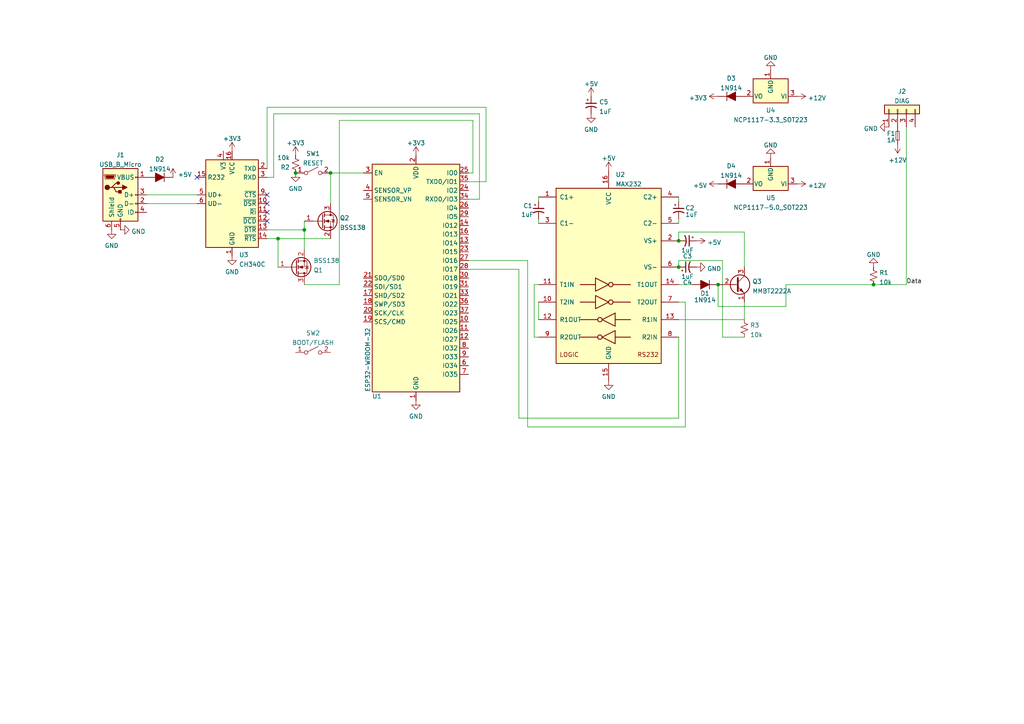
<source format=kicad_sch>
(kicad_sch (version 20211123) (generator eeschema)
  (paper "A4")
  (lib_symbols
    (symbol "Connector:USB_B_Micro" (pin_names (offset 1.016))
      (property "Reference" "J" (at -5.08 11.43 0))
      (property "Value" "USB_B_Micro" (at -5.08 8.89 0))
      (symbol "USB_B_Micro_0_1"
        (rectangle (start -5.08 -7.62) (end 5.08 7.62) (stroke (width 0.254)) (fill (type background)))
        (circle (center -3.81 2.159) (radius 0.635) (stroke (width 0.254)) (fill (type outline)))
        (circle (center -0.635 3.429) (radius 0.381) (stroke (width 0.254)) (fill (type outline)))
        (rectangle (start -0.127 -7.62) (end 0.127 -6.858))
        (polyline (pts (xy -1.905 2.159) (xy 0.635 2.159)) (stroke (width 0.254)))
        (polyline (pts (xy -3.175 2.159) (xy -2.54 2.159) (xy -1.27 3.429) (xy -0.635 3.429)) (stroke (width 0.254)))
        (polyline (pts (xy -2.54 2.159) (xy -1.905 2.159) (xy -1.27 0.889) (xy 0 0.889)) (stroke (width 0.254)))
        (polyline (pts (xy 0.635 2.794) (xy 0.635 1.524) (xy 1.905 2.159) (xy 0.635 2.794)) (stroke (width 0.254)) (fill (type outline)))
        (polyline (pts (xy -4.318 5.588) (xy -1.778 5.588) (xy -2.032 4.826) (xy -4.064 4.826) (xy -4.318 5.588)) (fill (type outline)))
        (polyline (pts (xy -4.699 5.842) (xy -4.699 5.588) (xy -4.445 4.826) (xy -4.445 4.572) (xy -1.651 4.572) (xy -1.651 4.826) (xy -1.397 5.588) (xy -1.397 5.842) (xy -4.699 5.842)))
        (rectangle (start 0.254 1.27) (end -0.508 0.508) (stroke (width 0.254)) (fill (type outline)))
        (rectangle (start 5.08 -5.207) (end 4.318 -4.953))
        (rectangle (start 5.08 -2.667) (end 4.318 -2.413))
        (rectangle (start 5.08 -0.127) (end 4.318 0.127))
        (rectangle (start 5.08 4.953) (end 4.318 5.207))
      )
      (symbol "USB_B_Micro_1_1"
        (pin power_out line (at 7.62 5.08 180) (length 2.54) (name "VBUS") (number "1"))
        (pin bidirectional line (at 7.62 -2.54 180) (length 2.54) (name "D-") (number "2"))
        (pin bidirectional line (at 7.62 0 180) (length 2.54) (name "D+") (number "3"))
        (pin passive line (at 7.62 -5.08 180) (length 2.54) (name "ID") (number "4"))
        (pin power_out line (at 0 -10.16 90) (length 2.54) (name "GND") (number "5"))
        (pin passive line (at -2.54 -10.16 90) (length 2.54) (name "Shield") (number "6"))
      )
    )
    (symbol "Connector_Generic:Conn_01x04" (pin_names (offset 1.016) hide)
      (property "Reference" "J" (at 0 5.08 0))
      (property "Value" "Conn_01x04" (at 0 -7.62 0))
      (symbol "Conn_01x04_1_1"
        (rectangle (start -1.27 -4.953) (end 0 -5.207) (stroke (width 0.1524)))
        (rectangle (start -1.27 -2.413) (end 0 -2.667) (stroke (width 0.1524)))
        (rectangle (start -1.27 0.127) (end 0 -0.127) (stroke (width 0.1524)))
        (rectangle (start -1.27 2.667) (end 0 2.413) (stroke (width 0.1524)))
        (rectangle (start -1.27 3.81) (end 1.27 -6.35) (stroke (width 0.254)) (fill (type background)))
        (pin passive line (at -5.08 2.54 0) (length 3.81) (name "Pin_1") (number "1"))
        (pin passive line (at -5.08 0 0) (length 3.81) (name "Pin_2") (number "2"))
        (pin passive line (at -5.08 -2.54 0) (length 3.81) (name "Pin_3") (number "3"))
        (pin passive line (at -5.08 -5.08 0) (length 3.81) (name "Pin_4") (number "4"))
      )
    )
    (symbol "Device-JAH:D_ALT" (pin_numbers hide) (pin_names (offset 1.016) hide)
      (property "Reference" "D" (at 0 2.54 0))
      (property "Value" "D_ALT" (at 0 -2.54 0))
      (symbol "D_ALT_0_1"
        (polyline (pts (xy -1.27 1.27) (xy -1.27 -1.27)) (stroke (width 0.2032)))
        (polyline (pts (xy 1.27 0) (xy -1.27 0)))
        (polyline (pts (xy 1.27 1.27) (xy 1.27 -1.27) (xy -1.27 0) (xy 1.27 1.27)) (stroke (width 0.2032)) (fill (type outline)))
      )
      (symbol "D_ALT_1_1"
        (pin passive line (at -3.81 0 0) (length 2.54) (name "K") (number "1"))
        (pin passive line (at 3.81 0 180) (length 2.54) (name "A") (number "2"))
      )
    )
    (symbol "Device:C_Polarized_Small_US" (pin_numbers hide) (pin_names (offset 0.254) hide)
      (property "Reference" "C" (at 0.254 1.778 0))
      (property "Value" "C_Polarized_Small_US" (at 0.254 -2.032 0))
      (symbol "C_Polarized_Small_US_0_1"
        (polyline (pts (xy -1.524 0.508) (xy 1.524 0.508)) (stroke (width 0.3048)))
        (polyline (pts (xy -1.27 1.524) (xy -0.762 1.524)))
        (polyline (pts (xy -1.016 1.27) (xy -1.016 1.778)))
        (arc (start 1.524 -0.762) (mid 0 -0.3734) (end -1.524 -0.762) (stroke (width 0.3048)))
      )
      (symbol "C_Polarized_Small_US_1_1"
        (pin passive line (at 0 2.54 270) (length 2.032) (name "~") (number "1"))
        (pin passive line (at 0 -2.54 90) (length 2.032) (name "~") (number "2"))
      )
    )
    (symbol "Device:Fuse_Small" (pin_numbers hide) (pin_names (offset 0.254) hide)
      (property "Reference" "F" (at 0 -1.524 0))
      (property "Value" "Fuse_Small" (at 0 1.524 0))
      (symbol "Fuse_Small_0_1"
        (rectangle (start -1.27 0.508) (end 1.27 -0.508))
        (polyline (pts (xy -1.27 0) (xy 1.27 0)))
      )
      (symbol "Fuse_Small_1_1"
        (pin passive line (at -2.54 0 0) (length 1.27) (name "~") (number "1"))
        (pin passive line (at 2.54 0 180) (length 1.27) (name "~") (number "2"))
      )
    )
    (symbol "Device:R_Small_US" (pin_numbers hide) (pin_names (offset 0.254) hide)
      (property "Reference" "R" (at 0.762 0.508 0))
      (property "Value" "R_Small_US" (at 0.762 -1.016 0))
      (symbol "R_Small_US_1_1"
        (polyline (pts (xy 0 0) (xy 1.016 -0.381) (xy 0 -0.762) (xy -1.016 -1.143) (xy 0 -1.524)))
        (polyline (pts (xy 0 1.524) (xy 1.016 1.143) (xy 0 0.762) (xy -1.016 0.381) (xy 0 0)))
        (pin passive line (at 0 2.54 270) (length 1.016) (name "~") (number "1"))
        (pin passive line (at 0 -2.54 90) (length 1.016) (name "~") (number "2"))
      )
    )
    (symbol "Interface_UART:MAX232" (pin_names (offset 1.016))
      (property "Reference" "U" (at -2.54 28.575 0))
      (property "Value" "MAX232" (at -2.54 26.67 0))
      (symbol "MAX232_0_0"
        (text "LOGIC" (at -11.43 -22.86 0) (effects (font (size 1.27 1.27))))
        (text "RS232" (at 11.43 -22.86 0) (effects (font (size 1.27 1.27))))
      )
      (symbol "MAX232_0_1"
        (rectangle (start -15.24 -25.4) (end 15.24 25.4) (stroke (width 0.254)) (fill (type background)))
        (circle (center -2.54 -17.78) (radius 0.635) (stroke (width 0.254)))
        (circle (center -2.54 -12.7) (radius 0.635) (stroke (width 0.254)))
        (polyline (pts (xy -3.81 -7.62) (xy -8.255 -7.62)) (stroke (width 0.254)))
        (polyline (pts (xy -3.81 -2.54) (xy -8.255 -2.54)) (stroke (width 0.254)))
        (polyline (pts (xy -3.175 -17.78) (xy -8.255 -17.78)) (stroke (width 0.254)))
        (polyline (pts (xy -3.175 -12.7) (xy -8.255 -12.7)) (stroke (width 0.254)))
        (polyline (pts (xy 1.27 -7.62) (xy 6.35 -7.62)) (stroke (width 0.254)))
        (polyline (pts (xy 1.27 -2.54) (xy 6.35 -2.54)) (stroke (width 0.254)))
        (polyline (pts (xy 1.905 -17.78) (xy 6.35 -17.78)) (stroke (width 0.254)))
        (polyline (pts (xy 1.905 -12.7) (xy 6.35 -12.7)) (stroke (width 0.254)))
        (polyline (pts (xy -3.81 -5.715) (xy -3.81 -9.525) (xy 0 -7.62) (xy -3.81 -5.715)) (stroke (width 0.254)))
        (polyline (pts (xy -3.81 -0.635) (xy -3.81 -4.445) (xy 0 -2.54) (xy -3.81 -0.635)) (stroke (width 0.254)))
        (polyline (pts (xy 1.905 -15.875) (xy 1.905 -19.685) (xy -1.905 -17.78) (xy 1.905 -15.875)) (stroke (width 0.254)))
        (polyline (pts (xy 1.905 -10.795) (xy 1.905 -14.605) (xy -1.905 -12.7) (xy 1.905 -10.795)) (stroke (width 0.254)))
        (circle (center 0.635 -7.62) (radius 0.635) (stroke (width 0.254)))
        (circle (center 0.635 -2.54) (radius 0.635) (stroke (width 0.254)))
      )
      (symbol "MAX232_1_1"
        (pin passive line (at -20.32 22.86 0) (length 5.08) (name "C1+") (number "1"))
        (pin input line (at -20.32 -7.62 0) (length 5.08) (name "T2IN") (number "10"))
        (pin input line (at -20.32 -2.54 0) (length 5.08) (name "T1IN") (number "11"))
        (pin output line (at -20.32 -12.7 0) (length 5.08) (name "R1OUT") (number "12"))
        (pin input line (at 20.32 -12.7 180) (length 5.08) (name "R1IN") (number "13"))
        (pin output line (at 20.32 -2.54 180) (length 5.08) (name "T1OUT") (number "14"))
        (pin power_in line (at 0 -30.48 90) (length 5.08) (name "GND") (number "15"))
        (pin power_in line (at 0 30.48 270) (length 5.08) (name "VCC") (number "16"))
        (pin power_out line (at 20.32 10.16 180) (length 5.08) (name "VS+") (number "2"))
        (pin passive line (at -20.32 15.24 0) (length 5.08) (name "C1-") (number "3"))
        (pin passive line (at 20.32 22.86 180) (length 5.08) (name "C2+") (number "4"))
        (pin passive line (at 20.32 15.24 180) (length 5.08) (name "C2-") (number "5"))
        (pin power_out line (at 20.32 2.54 180) (length 5.08) (name "VS-") (number "6"))
        (pin output line (at 20.32 -7.62 180) (length 5.08) (name "T2OUT") (number "7"))
        (pin input line (at 20.32 -17.78 180) (length 5.08) (name "R2IN") (number "8"))
        (pin output line (at -20.32 -17.78 0) (length 5.08) (name "R2OUT") (number "9"))
      )
    )
    (symbol "Interface_USB:CH340C"
      (property "Reference" "U" (at -5.08 13.97 0))
      (property "Value" "CH340C" (at 1.27 13.97 0))
      (symbol "CH340C_0_1"
        (rectangle (start -7.62 12.7) (end 7.62 -12.7) (stroke (width 0.254)) (fill (type background)))
      )
      (symbol "CH340C_1_1"
        (pin power_in line (at 0 -15.24 90) (length 2.54) (name "GND") (number "1"))
        (pin input line (at 10.16 0 180) (length 2.54) (name "~{DSR}") (number "10"))
        (pin input line (at 10.16 -2.54 180) (length 2.54) (name "~{RI}") (number "11"))
        (pin input line (at 10.16 -5.08 180) (length 2.54) (name "~{DCD}") (number "12"))
        (pin output line (at 10.16 -7.62 180) (length 2.54) (name "~{DTR}") (number "13"))
        (pin output line (at 10.16 -10.16 180) (length 2.54) (name "~{RTS}") (number "14"))
        (pin input line (at -10.16 7.62 0) (length 2.54) (name "R232") (number "15"))
        (pin power_in line (at 0 15.24 270) (length 2.54) (name "VCC") (number "16"))
        (pin output line (at 10.16 10.16 180) (length 2.54) (name "TXD") (number "2"))
        (pin input line (at 10.16 7.62 180) (length 2.54) (name "RXD") (number "3"))
        (pin passive line (at -2.54 15.24 270) (length 2.54) (name "V3") (number "4"))
        (pin bidirectional line (at -10.16 2.54 0) (length 2.54) (name "UD+") (number "5"))
        (pin bidirectional line (at -10.16 0 0) (length 2.54) (name "UD-") (number "6"))
        (pin no_connect line (at -7.62 -7.62 0) (length 2.54) hide (name "NC") (number "7"))
        (pin no_connect line (at -7.62 -10.16 0) (length 2.54) hide (name "NC") (number "8"))
        (pin input line (at 10.16 2.54 180) (length 2.54) (name "~{CTS}") (number "9"))
      )
    )
    (symbol "RF_Module:ESP32-WROOM-32"
      (property "Reference" "U" (at -12.7 34.29 0))
      (property "Value" "ESP32-WROOM-32" (at 1.27 34.29 0))
      (symbol "ESP32-WROOM-32_0_1"
        (rectangle (start -12.7 33.02) (end 12.7 -33.02) (stroke (width 0.254)) (fill (type background)))
      )
      (symbol "ESP32-WROOM-32_1_1"
        (pin power_in line (at 0 -35.56 90) (length 2.54) (name "GND") (number "1"))
        (pin bidirectional line (at 15.24 -12.7 180) (length 2.54) (name "IO25") (number "10"))
        (pin bidirectional line (at 15.24 -15.24 180) (length 2.54) (name "IO26") (number "11"))
        (pin bidirectional line (at 15.24 -17.78 180) (length 2.54) (name "IO27") (number "12"))
        (pin bidirectional line (at 15.24 10.16 180) (length 2.54) (name "IO14") (number "13"))
        (pin bidirectional line (at 15.24 15.24 180) (length 2.54) (name "IO12") (number "14"))
        (pin passive line (at 0 -35.56 90) (length 2.54) hide (name "GND") (number "15"))
        (pin bidirectional line (at 15.24 12.7 180) (length 2.54) (name "IO13") (number "16"))
        (pin bidirectional line (at -15.24 -5.08 0) (length 2.54) (name "SHD/SD2") (number "17"))
        (pin bidirectional line (at -15.24 -7.62 0) (length 2.54) (name "SWP/SD3") (number "18"))
        (pin bidirectional line (at -15.24 -12.7 0) (length 2.54) (name "SCS/CMD") (number "19"))
        (pin power_in line (at 0 35.56 270) (length 2.54) (name "VDD") (number "2"))
        (pin bidirectional line (at -15.24 -10.16 0) (length 2.54) (name "SCK/CLK") (number "20"))
        (pin bidirectional line (at -15.24 0 0) (length 2.54) (name "SDO/SD0") (number "21"))
        (pin bidirectional line (at -15.24 -2.54 0) (length 2.54) (name "SDI/SD1") (number "22"))
        (pin bidirectional line (at 15.24 7.62 180) (length 2.54) (name "IO15") (number "23"))
        (pin bidirectional line (at 15.24 25.4 180) (length 2.54) (name "IO2") (number "24"))
        (pin bidirectional line (at 15.24 30.48 180) (length 2.54) (name "IO0") (number "25"))
        (pin bidirectional line (at 15.24 20.32 180) (length 2.54) (name "IO4") (number "26"))
        (pin bidirectional line (at 15.24 5.08 180) (length 2.54) (name "IO16") (number "27"))
        (pin bidirectional line (at 15.24 2.54 180) (length 2.54) (name "IO17") (number "28"))
        (pin bidirectional line (at 15.24 17.78 180) (length 2.54) (name "IO5") (number "29"))
        (pin input line (at -15.24 30.48 0) (length 2.54) (name "EN") (number "3"))
        (pin bidirectional line (at 15.24 0 180) (length 2.54) (name "IO18") (number "30"))
        (pin bidirectional line (at 15.24 -2.54 180) (length 2.54) (name "IO19") (number "31"))
        (pin no_connect line (at -12.7 -27.94 0) (length 2.54) hide (name "NC") (number "32"))
        (pin bidirectional line (at 15.24 -5.08 180) (length 2.54) (name "IO21") (number "33"))
        (pin bidirectional line (at 15.24 22.86 180) (length 2.54) (name "RXD0/IO3") (number "34"))
        (pin bidirectional line (at 15.24 27.94 180) (length 2.54) (name "TXD0/IO1") (number "35"))
        (pin bidirectional line (at 15.24 -7.62 180) (length 2.54) (name "IO22") (number "36"))
        (pin bidirectional line (at 15.24 -10.16 180) (length 2.54) (name "IO23") (number "37"))
        (pin passive line (at 0 -35.56 90) (length 2.54) hide (name "GND") (number "38"))
        (pin passive line (at 0 -35.56 90) (length 2.54) hide (name "GND") (number "39"))
        (pin input line (at -15.24 25.4 0) (length 2.54) (name "SENSOR_VP") (number "4"))
        (pin input line (at -15.24 22.86 0) (length 2.54) (name "SENSOR_VN") (number "5"))
        (pin input line (at 15.24 -25.4 180) (length 2.54) (name "IO34") (number "6"))
        (pin input line (at 15.24 -27.94 180) (length 2.54) (name "IO35") (number "7"))
        (pin bidirectional line (at 15.24 -20.32 180) (length 2.54) (name "IO32") (number "8"))
        (pin bidirectional line (at 15.24 -22.86 180) (length 2.54) (name "IO33") (number "9"))
      )
    )
    (symbol "Regulator_Linear:NCP1117-3.3_SOT223" (pin_names (offset 0.254))
      (property "Reference" "U" (at -3.81 3.175 0))
      (property "Value" "NCP1117-3.3_SOT223" (at 0 3.175 0))
      (symbol "NCP1117-3.3_SOT223_0_1"
        (rectangle (start -5.08 -5.08) (end 5.08 1.905) (stroke (width 0.254)) (fill (type background)))
      )
      (symbol "NCP1117-3.3_SOT223_1_1"
        (pin power_in line (at 0 -7.62 90) (length 2.54) (name "GND") (number "1"))
        (pin power_out line (at 7.62 0 180) (length 2.54) (name "VO") (number "2"))
        (pin power_in line (at -7.62 0 0) (length 2.54) (name "VI") (number "3"))
      )
    )
    (symbol "Regulator_Linear:NCP1117-5.0_SOT223" (pin_names (offset 0.254))
      (property "Reference" "U" (at -3.81 3.175 0))
      (property "Value" "NCP1117-5.0_SOT223" (at 0 3.175 0))
      (symbol "NCP1117-5.0_SOT223_0_1"
        (rectangle (start -5.08 -5.08) (end 5.08 1.905) (stroke (width 0.254)) (fill (type background)))
      )
      (symbol "NCP1117-5.0_SOT223_1_1"
        (pin power_in line (at 0 -7.62 90) (length 2.54) (name "GND") (number "1"))
        (pin power_out line (at 7.62 0 180) (length 2.54) (name "VO") (number "2"))
        (pin power_in line (at -7.62 0 0) (length 2.54) (name "VI") (number "3"))
      )
    )
    (symbol "Switch:SW_SPST" (pin_names (offset 0) hide)
      (property "Reference" "SW" (at 0 3.175 0))
      (property "Value" "SW_SPST" (at 0 -2.54 0))
      (symbol "SW_SPST_0_0"
        (circle (center -2.032 0) (radius 0.508))
        (polyline (pts (xy -1.524 0.254) (xy 1.524 1.778)))
        (circle (center 2.032 0) (radius 0.508))
      )
      (symbol "SW_SPST_1_1"
        (pin passive line (at -5.08 0 0) (length 2.54) (name "A") (number "1"))
        (pin passive line (at 5.08 0 180) (length 2.54) (name "B") (number "2"))
      )
    )
    (symbol "Transistor_BJT:PN2222A" (pin_names (offset 0) hide)
      (property "Reference" "Q" (at 5.08 1.905 0))
      (property "Value" "PN2222A" (at 5.08 0 0))
      (symbol "PN2222A_0_1"
        (polyline (pts (xy 0 0) (xy 0.635 0)))
        (polyline (pts (xy 2.54 -2.54) (xy 0.635 -0.635)))
        (polyline (pts (xy 2.54 2.54) (xy 0.635 0.635)))
        (polyline (pts (xy 0.635 1.905) (xy 0.635 -1.905) (xy 0.635 -1.905)) (stroke (width 0.508)))
        (polyline (pts (xy 2.413 -2.413) (xy 1.905 -1.905) (xy 1.905 -1.905)))
        (polyline (pts (xy 1.143 -1.651) (xy 1.651 -1.143) (xy 2.159 -2.159) (xy 1.143 -1.651) (xy 1.143 -1.651)) (fill (type outline)))
        (circle (center 1.27 0) (radius 2.8194) (stroke (width 0.254)))
      )
      (symbol "PN2222A_1_1"
        (pin passive line (at 2.54 -5.08 90) (length 2.54) (name "E") (number "1"))
        (pin input line (at -5.08 0 0) (length 5.08) (name "B") (number "2"))
        (pin passive line (at 2.54 5.08 270) (length 2.54) (name "C") (number "3"))
      )
    )
    (symbol "Transistor_FET:BSS138" (pin_names hide)
      (property "Reference" "Q" (at 5.08 1.905 0))
      (property "Value" "BSS138" (at 5.08 0 0))
      (symbol "BSS138_0_1"
        (polyline (pts (xy 0.254 0) (xy -2.54 0)))
        (polyline (pts (xy 0.254 1.905) (xy 0.254 -1.905)) (stroke (width 0.254)))
        (polyline (pts (xy 0.762 -1.27) (xy 0.762 -2.286)) (stroke (width 0.254)))
        (polyline (pts (xy 0.762 0.508) (xy 0.762 -0.508)) (stroke (width 0.254)))
        (polyline (pts (xy 0.762 2.286) (xy 0.762 1.27)) (stroke (width 0.254)))
        (polyline (pts (xy 2.54 2.54) (xy 2.54 1.778)))
        (polyline (pts (xy 2.54 -2.54) (xy 2.54 0) (xy 0.762 0)))
        (polyline (pts (xy 0.762 -1.778) (xy 3.302 -1.778) (xy 3.302 1.778) (xy 0.762 1.778)))
        (polyline (pts (xy 1.016 0) (xy 2.032 0.381) (xy 2.032 -0.381) (xy 1.016 0)) (fill (type outline)))
        (polyline (pts (xy 2.794 0.508) (xy 2.921 0.381) (xy 3.683 0.381) (xy 3.81 0.254)))
        (polyline (pts (xy 3.302 0.381) (xy 2.921 -0.254) (xy 3.683 -0.254) (xy 3.302 0.381)))
        (circle (center 1.651 0) (radius 2.794) (stroke (width 0.254)))
        (circle (center 2.54 -1.778) (radius 0.254) (fill (type outline)))
        (circle (center 2.54 1.778) (radius 0.254) (fill (type outline)))
      )
      (symbol "BSS138_1_1"
        (pin input line (at -5.08 0 0) (length 2.54) (name "G") (number "1"))
        (pin passive line (at 2.54 -5.08 90) (length 2.54) (name "S") (number "2"))
        (pin passive line (at 2.54 5.08 270) (length 2.54) (name "D") (number "3"))
      )
    )
    (symbol "power:+12V" (power) (pin_names (offset 0))
      (property "Value" "+12V" (at 0 3.556 0))
      (symbol "+12V_0_1"
        (polyline (pts (xy -0.762 1.27) (xy 0 2.54)))
        (polyline (pts (xy 0 0) (xy 0 2.54)))
        (polyline (pts (xy 0 2.54) (xy 0.762 1.27)))
      )
      (symbol "+12V_1_1"
        (pin power_in line (at 0 0 90) (length 0) hide (name "+12V") (number "1"))
      )
    )
    (symbol "power:+3V3" (power) (pin_names (offset 0))
      (property "Value" "+3V3" (at 0 3.556 0))
      (symbol "+3V3_0_1"
        (polyline (pts (xy -0.762 1.27) (xy 0 2.54)))
        (polyline (pts (xy 0 0) (xy 0 2.54)))
        (polyline (pts (xy 0 2.54) (xy 0.762 1.27)))
      )
      (symbol "+3V3_1_1"
        (pin power_in line (at 0 0 90) (length 0) hide (name "+3V3") (number "1"))
      )
    )
    (symbol "power:+5V" (power) (pin_names (offset 0))
      (property "Value" "+5V" (at 0 3.556 0))
      (symbol "+5V_0_1"
        (polyline (pts (xy -0.762 1.27) (xy 0 2.54)))
        (polyline (pts (xy 0 0) (xy 0 2.54)))
        (polyline (pts (xy 0 2.54) (xy 0.762 1.27)))
      )
      (symbol "+5V_1_1"
        (pin power_in line (at 0 0 90) (length 0) hide (name "+5V") (number "1"))
      )
    )
    (symbol "power:GND" (power) (pin_names (offset 0))
      (property "Value" "GND" (at 0 -3.81 0))
      (symbol "GND_0_1"
        (polyline (pts (xy 0 0) (xy 0 -1.27) (xy 1.27 -1.27) (xy 0 -2.54) (xy -1.27 -1.27) (xy 0 -1.27)))
      )
      (symbol "GND_1_1"
        (pin power_in line (at 0 0 270) (length 0) hide (name "GND") (number "1"))
      )
    )
  )
  (junction (at 196.85 69.85))
  (junction (at 253.365 82.55))
  (junction (at 80.645 69.215))
  (junction (at 95.885 50.165))
  (junction (at 196.85 77.47))
  (junction (at 208.28 82.55))
  (junction (at 85.725 50.165))
  (junction (at 88.265 66.675))
  (no_connect (at 77.47 64.135))
  (no_connect (at 77.47 61.595))
  (no_connect (at 77.47 56.515))
  (no_connect (at 77.47 59.055))
  (no_connect (at 57.15 51.435))
  (wire (pts (xy 139.065 57.785) (xy 135.89 57.785)))
  (wire (pts (xy 77.47 69.215) (xy 80.645 69.215)))
  (wire (pts (xy 105.41 50.165) (xy 95.885 50.165)))
  (wire (pts (xy 135.89 75.565) (xy 153.035 75.565)))
  (wire (pts (xy 196.85 75.565) (xy 209.55 75.565)))
  (wire (pts (xy 135.89 78.105) (xy 150.495 78.105)))
  (wire (pts (xy 196.85 87.63) (xy 198.755 87.63)))
  (wire (pts (xy 215.9 92.71) (xy 196.85 92.71)))
  (wire (pts (xy 77.47 66.675) (xy 88.265 66.675)))
  (wire (pts (xy 80.645 69.215) (xy 95.885 69.215)))
  (wire (pts (xy 137.16 50.165) (xy 137.16 34.925)))
  (wire (pts (xy 196.85 69.85) (xy 196.85 67.31)))
  (wire (pts (xy 140.97 31.115) (xy 77.47 31.115)))
  (wire (pts (xy 79.375 33.02) (xy 139.065 33.02)))
  (wire (pts (xy 156.21 63.5) (xy 156.21 64.77)))
  (wire (pts (xy 196.85 121.285) (xy 196.85 97.79)))
  (wire (pts (xy 42.545 59.055) (xy 57.15 59.055)))
  (wire (pts (xy 209.55 97.79) (xy 215.9 97.79)))
  (wire (pts (xy 139.065 33.02) (xy 139.065 57.785)))
  (wire (pts (xy 196.85 57.15) (xy 196.85 58.42)))
  (wire (pts (xy 156.21 82.55) (xy 154.94 82.55)))
  (wire (pts (xy 215.9 67.31) (xy 215.9 77.47)))
  (wire (pts (xy 196.85 77.47) (xy 196.85 75.565)))
  (wire (pts (xy 80.645 69.215) (xy 80.645 77.47)))
  (wire (pts (xy 42.545 56.515) (xy 57.15 56.515)))
  (wire (pts (xy 150.495 121.285) (xy 196.85 121.285)))
  (wire (pts (xy 137.16 50.165) (xy 135.89 50.165)))
  (wire (pts (xy 227.965 88.9) (xy 208.28 88.9)))
  (wire (pts (xy 215.9 87.63) (xy 215.9 92.71)))
  (wire (pts (xy 262.89 36.83) (xy 262.89 82.55)))
  (wire (pts (xy 77.47 31.115) (xy 77.47 48.895)))
  (wire (pts (xy 98.425 34.925) (xy 98.425 82.55)))
  (wire (pts (xy 135.89 52.705) (xy 140.97 52.705)))
  (wire (pts (xy 209.55 75.565) (xy 209.55 97.79)))
  (wire (pts (xy 77.47 51.435) (xy 79.375 51.435)))
  (wire (pts (xy 79.375 51.435) (xy 79.375 33.02)))
  (wire (pts (xy 154.94 97.79) (xy 156.21 97.79)))
  (wire (pts (xy 253.365 82.55) (xy 262.89 82.55)))
  (wire (pts (xy 98.425 82.55) (xy 88.265 82.55)))
  (wire (pts (xy 140.97 52.705) (xy 140.97 31.115)))
  (wire (pts (xy 156.21 87.63) (xy 156.21 92.71)))
  (wire (pts (xy 156.21 57.15) (xy 156.21 58.42)))
  (wire (pts (xy 227.965 82.55) (xy 227.965 88.9)))
  (wire (pts (xy 198.755 123.825) (xy 153.035 123.825)))
  (wire (pts (xy 98.425 34.925) (xy 137.16 34.925)))
  (wire (pts (xy 150.495 78.105) (xy 150.495 121.285)))
  (wire (pts (xy 154.94 82.55) (xy 154.94 97.79)))
  (wire (pts (xy 153.035 75.565) (xy 153.035 123.825)))
  (wire (pts (xy 95.885 50.165) (xy 95.885 59.055)))
  (wire (pts (xy 198.755 87.63) (xy 198.755 123.825)))
  (wire (pts (xy 88.265 66.675) (xy 88.265 64.135)))
  (wire (pts (xy 196.85 63.5) (xy 196.85 64.77)))
  (wire (pts (xy 88.265 66.675) (xy 88.265 72.39)))
  (wire (pts (xy 208.28 88.9) (xy 208.28 82.55)))
  (wire (pts (xy 196.85 67.31) (xy 215.9 67.31)))
  (wire (pts (xy 227.965 82.55) (xy 253.365 82.55)))
  (wire (pts (xy 196.85 82.55) (xy 200.66 82.55)))
  (label "Data" (at 262.89 82.55 0))
  (symbol (lib_id "Device:C_Polarized_Small_US") (at 199.39 77.47 90) (unit 1)
    (property "Reference" "C4" (at 199.39 81.915 90))
    (property "Value" "1uF" (at 199.3964 80.2235 90))
    (property "Footprint" "Capacitor_SMD:C_1206_3216Metric" (effects hide))
  )
  (symbol (lib_id "power:+5V") (at 50.165 51.435 0) (unit 1)
    (property "Reference" "#PWR01" (effects hide))
    (property "Value" "+5V" (at 51.562 50.644 0) (effects (justify left)))
  )
  (symbol (lib_id "Device:C_Polarized_Small_US") (at 199.39 69.85 270) (unit 1)
    (property "Reference" "C3" (at 199.39 74.295 90))
    (property "Value" "1uF" (at 199.3837 72.6035 90))
    (property "Footprint" "Capacitor_SMD:C_1206_3216Metric" (effects hide))
  )
  (symbol (lib_id "Interface_UART:MAX232") (at 176.53 80.01 0) (unit 1)
    (property "Reference" "U2" (at 178.5494 50.6435 0) (effects (justify left)))
    (property "Value" "MAX232" (at 178.5494 53.4186 0) (effects (justify left)))
    (property "Footprint" "Package_DIP:DIP-16_W7.62mm" (effects hide))
    (property "Datasheet" "http://www.ti.com/lit/ds/symlink/max232.pdf" (effects hide))
  )
  (symbol (lib_id "Device:C_Polarized_Small_US") (at 196.85 60.96 0) (unit 1)
    (property "Reference" "C2" (at 198.755 60.325 0) (effects (justify left)))
    (property "Value" "1uF" (at 198.755 62.23 0) (effects (justify left)))
    (property "Footprint" "Capacitor_SMD:C_1206_3216Metric" (effects hide))
  )
  (symbol (lib_id "power:GND") (at 171.45 33.02 0) (unit 1)
    (property "Reference" "#PWR03" (effects hide))
    (property "Value" "GND" (at 171.45 37.5825 0))
  )
  (symbol (lib_id "power:+12V") (at 260.35 41.91 180) (unit 1)
    (property "Reference" "#PWR0117" (effects hide))
    (property "Value" "+12V" (at 260.35 46.4725 0))
  )
  (symbol (lib_id "power:GND") (at 201.93 77.47 90) (unit 1)
    (property "Reference" "#PWR05" (effects hide))
    (property "Value" "GND" (at 205.105 77.949 90) (effects (justify right)))
  )
  (symbol (lib_id "power:+5V") (at 208.28 53.34 90) (unit 1)
    (property "Reference" "#PWR0114" (effects hide))
    (property "Value" "+5V" (at 205.1051 53.819 90) (effects (justify left)))
  )
  (symbol (lib_id "Connector_Generic:Conn_01x04") (at 260.35 31.75 90) (unit 1)
    (property "Reference" "J2" (at 261.62 26.5135 90))
    (property "Value" "DIAG" (at 261.62 29.2886 90))
    (property "Footprint" "Connector_PinHeader_2.54mm:PinHeader_1x04_P2.54mm_Vertical" (effects hide))
  )
  (symbol (lib_id "power:+5V") (at 176.53 49.53 0) (unit 1)
    (property "Reference" "#PWR0108" (effects hide))
    (property "Value" "+5V" (at 176.53 45.9255 0))
  )
  (symbol (lib_id "power:GND") (at 176.53 110.49 0) (unit 1)
    (property "Reference" "#PWR0107" (effects hide))
    (property "Value" "GND" (at 176.53 115.0525 0))
  )
  (symbol (lib_id "Device:R_Small_US") (at 253.365 80.01 0) (unit 1)
    (property "Reference" "R1" (at 255.016 79.1015 0) (effects (justify left)))
    (property "Value" "10k" (at 255.016 81.8766 0) (effects (justify left)))
    (property "Footprint" "Resistor_SMD:R_1206_3216Metric" (effects hide))
  )
  (symbol (lib_id "power:GND") (at 32.385 66.675 0) (unit 1)
    (property "Reference" "#PWR0103" (effects hide))
    (property "Value" "GND" (at 32.385 71.2375 0))
  )
  (symbol (lib_id "Switch:SW_SPST") (at 90.805 102.235 0) (unit 1)
    (property "Reference" "SW2" (at 90.805 96.6175 0))
    (property "Value" "BOOT/FLASH" (at 90.805 99.3926 0))
    (property "Footprint" "Button_Switch_SMD:SW_SPST_B3S-1000" (effects hide))
  )
  (symbol (lib_id "Device:R_Small_US") (at 85.725 47.625 0) (unit 1)
    (property "Reference" "R2" (at 84.074 48.5335 0) (effects (justify right)))
    (property "Value" "10k" (at 84.074 45.7584 0) (effects (justify right)))
    (property "Footprint" "Resistor_SMD:R_1206_3216Metric" (effects hide))
  )
  (symbol (lib_id "power:GND") (at 257.81 36.83 270) (unit 1)
    (property "Reference" "#PWR0112" (effects hide))
    (property "Value" "GND" (at 254.6351 37.309 90) (effects (justify right)))
  )
  (symbol (lib_id "power:GND") (at 120.65 116.205 0) (unit 1)
    (property "Reference" "#PWR0102" (effects hide))
    (property "Value" "GND" (at 120.65 120.7675 0))
  )
  (symbol (lib_id "power:+3V3") (at 67.31 43.815 0) (unit 1)
    (property "Reference" "#PWR0106" (effects hide))
    (property "Value" "+3V3" (at 67.31 40.2105 0))
  )
  (symbol (lib_id "power:GND") (at 223.52 20.32 180) (unit 1)
    (property "Reference" "#PWR0110" (effects hide))
    (property "Value" "GND" (at 223.52 16.7155 0))
  )
  (symbol (lib_id "Device:C_Polarized_Small_US") (at 171.45 30.48 0) (unit 1)
    (property "Reference" "C5" (at 173.7741 29.5778 0) (effects (justify left)))
    (property "Value" "1uF" (at 173.7741 32.3529 0) (effects (justify left)))
    (property "Footprint" "Capacitor_SMD:C_1206_3216Metric" (effects hide))
  )
  (symbol (lib_id "Device-JAH:D_ALT") (at 46.355 51.435 180) (unit 1)
    (property "Reference" "D2" (at 46.355 46.2239 0))
    (property "Value" "1N914" (at 46.355 48.999 0))
    (property "Footprint" "Diode_SMD:D_1206_3216Metric" (effects hide))
  )
  (symbol (lib_id "power:+3V3") (at 120.65 45.085 0) (unit 1)
    (property "Reference" "#PWR0101" (effects hide))
    (property "Value" "+3V3" (at 120.65 41.4805 0))
  )
  (symbol (lib_id "Transistor_BJT:PN2222A") (at 213.36 82.55 0) (unit 1)
    (property "Reference" "Q3" (at 218.2114 81.6415 0) (effects (justify left)))
    (property "Value" "MMBT2222A" (at 218.2114 84.4166 0) (effects (justify left)))
    (property "Footprint" "Package_TO_SOT_SMD:SOT-23" (effects hide))
    (property "Datasheet" "https://www.onsemi.com/pub/Collateral/PN2222-D.PDF" (effects hide))
  )
  (symbol (lib_id "power:GND") (at 85.725 50.165 0) (unit 1)
    (property "Reference" "#PWR06" (effects hide))
    (property "Value" "GND" (at 85.725 54.7275 0))
  )
  (symbol (lib_id "Interface_USB:CH340C") (at 67.31 59.055 0) (unit 1)
    (property "Reference" "U3" (at 69.3294 73.9045 0) (effects (justify left)))
    (property "Value" "CH340C" (at 69.3294 76.6796 0) (effects (justify left)))
    (property "Footprint" "Package_SO:SOIC-16_3.9x9.9mm_P1.27mm" (effects hide))
    (property "Datasheet" "https://datasheet.lcsc.com/szlcsc/Jiangsu-Qin-Heng-CH340C_C84681.pdf" (effects hide))
  )
  (symbol (lib_id "power:+5V") (at 171.45 27.94 0) (unit 1)
    (property "Reference" "#PWR02" (effects hide))
    (property "Value" "+5V" (at 171.45 24.3355 0))
  )
  (symbol (lib_id "Regulator_Linear:NCP1117-5.0_SOT223") (at 223.52 53.34 180) (unit 1)
    (property "Reference" "U5" (at 223.52 57.3945 0))
    (property "Value" "NCP1117-5.0_SOT223" (at 223.52 60.1696 0))
    (property "Footprint" "Package_TO_SOT_SMD:SOT-223-3_TabPin2" (effects hide))
    (property "Datasheet" "http://www.onsemi.com/pub_link/Collateral/NCP1117-D.PDF" (effects hide))
  )
  (symbol (lib_id "Device-JAH:D_ALT") (at 212.09 27.94 0) (unit 1)
    (property "Reference" "D3" (at 212.09 22.7289 0))
    (property "Value" "1N914" (at 212.09 25.504 0))
    (property "Footprint" "Diode_SMD:D_1206_3216Metric" (effects hide))
  )
  (symbol (lib_id "power:+3V3") (at 208.28 27.94 90) (unit 1)
    (property "Reference" "#PWR0109" (effects hide))
    (property "Value" "+3V3" (at 205.105 28.419 90) (effects (justify left)))
  )
  (symbol (lib_id "power:+12V") (at 231.14 53.34 270) (unit 1)
    (property "Reference" "#PWR0116" (effects hide))
    (property "Value" "+12V" (at 234.315 53.819 90) (effects (justify left)))
  )
  (symbol (lib_id "power:+12V") (at 231.14 27.94 270) (unit 1)
    (property "Reference" "#PWR0111" (effects hide))
    (property "Value" "+12V" (at 234.315 28.419 90) (effects (justify left)))
  )
  (symbol (lib_id "power:+3V3") (at 85.725 45.085 0) (unit 1)
    (property "Reference" "#PWR0118" (effects hide))
    (property "Value" "+3V3" (at 85.725 41.4805 0))
  )
  (symbol (lib_id "Device-JAH:D_ALT") (at 212.09 53.34 0) (unit 1)
    (property "Reference" "D4" (at 212.09 48.1289 0))
    (property "Value" "1N914" (at 212.09 50.904 0))
    (property "Footprint" "Diode_SMD:D_1206_3216Metric" (effects hide))
  )
  (symbol (lib_id "power:GND") (at 67.31 74.295 0) (unit 1)
    (property "Reference" "#PWR0105" (effects hide))
    (property "Value" "GND" (at 67.31 78.8575 0))
  )
  (symbol (lib_id "Device-JAH:D_ALT") (at 204.47 82.55 180) (unit 1)
    (property "Reference" "D1" (at 204.47 85.09 0))
    (property "Value" "1N914" (at 204.47 86.995 0))
    (property "Footprint" "Diode_SMD:D_1206_3216Metric" (effects hide))
  )
  (symbol (lib_id "Device:C_Polarized_Small_US") (at 156.21 60.96 0) (unit 1)
    (property "Reference" "C1" (at 151.765 59.69 0) (effects (justify left)))
    (property "Value" "1uF" (at 151.13 62.23 0) (effects (justify left)))
    (property "Footprint" "Capacitor_SMD:C_1206_3216Metric" (effects hide))
  )
  (symbol (lib_id "power:GND") (at 223.52 45.72 180) (unit 1)
    (property "Reference" "#PWR0115" (effects hide))
    (property "Value" "GND" (at 223.52 42.1155 0))
  )
  (symbol (lib_id "Transistor_FET:BSS138") (at 93.345 64.135 0) (unit 1)
    (property "Reference" "Q2" (at 98.552 63.2265 0) (effects (justify left)))
    (property "Value" "BSS138" (at 98.552 66.0016 0) (effects (justify left)))
    (property "Footprint" "Package_TO_SOT_SMD:SOT-23" (effects hide))
    (property "Datasheet" "https://www.onsemi.com/pub/Collateral/BSS138-D.PDF" (effects hide))
  )
  (symbol (lib_id "power:GND") (at 34.925 66.675 90) (unit 1)
    (property "Reference" "#PWR0104" (effects hide))
    (property "Value" "GND" (at 38.1 67.154 90) (effects (justify right)))
  )
  (symbol (lib_id "Device:Fuse_Small") (at 260.35 39.37 90) (unit 1)
    (property "Reference" "F1" (at 257.175 38.735 90) (effects (justify right)))
    (property "Value" "1A" (at 257.175 40.64 90) (effects (justify right)))
    (property "Footprint" "Fuse:Fuse_1206_3216Metric" (effects hide))
  )
  (symbol (lib_id "power:GND") (at 253.365 77.47 180) (unit 1)
    (property "Reference" "#PWR0113" (effects hide))
    (property "Value" "GND" (at 253.365 73.8655 0))
  )
  (symbol (lib_id "power:+5V") (at 201.93 69.85 270) (unit 1)
    (property "Reference" "#PWR04" (effects hide))
    (property "Value" "+5V" (at 205.105 70.329 90) (effects (justify left)))
  )
  (symbol (lib_id "Regulator_Linear:NCP1117-3.3_SOT223") (at 223.52 27.94 180) (unit 1)
    (property "Reference" "U4" (at 223.52 31.9945 0))
    (property "Value" "NCP1117-3.3_SOT223" (at 223.52 34.7696 0))
    (property "Footprint" "Package_TO_SOT_SMD:SOT-223-3_TabPin2" (effects hide))
    (property "Datasheet" "http://www.onsemi.com/pub_link/Collateral/NCP1117-D.PDF" (effects hide))
  )
  (symbol (lib_id "Switch:SW_SPST") (at 90.805 50.165 0) (unit 1)
    (property "Reference" "SW1" (at 90.805 44.5475 0))
    (property "Value" "RESET" (at 90.805 47.3226 0))
    (property "Footprint" "Button_Switch_SMD:SW_SPST_B3S-1000" (effects hide))
  )
  (symbol (lib_id "Connector:USB_B_Micro") (at 34.925 56.515 0) (unit 1)
    (property "Reference" "J1" (at 34.925 44.9285 0))
    (property "Value" "USB_B_Micro" (at 34.925 47.7036 0))
    (property "Footprint" "Connector_USB:USB_Micro-B_Wuerth_629105150521" (effects hide))
  )
  (symbol (lib_id "RF_Module:ESP32-WROOM-32") (at 120.65 80.645 0) (unit 1)
    (property "Reference" "U1" (at 107.95 114.935 0) (effects (justify left)))
    (property "Value" "ESP32-WROOM-32" (at 106.68 113.665 90) (effects (justify left)))
    (property "Footprint" "RF_Module:ESP32-WROOM-32" (effects hide))
    (property "Datasheet" "https://www.espressif.com/sites/default/files/documentation/esp32-wroom-32_datasheet_en.pdf" (effects hide))
  )
  (symbol (lib_id "Transistor_FET:BSS138") (at 85.725 77.47 0) (mirror x) (unit 1)
    (property "Reference" "Q1" (at 90.932 78.3785 0) (effects (justify left)))
    (property "Value" "BSS138" (at 90.932 75.6034 0) (effects (justify left)))
    (property "Footprint" "Package_TO_SOT_SMD:SOT-23" (effects hide))
    (property "Datasheet" "https://www.onsemi.com/pub/Collateral/BSS138-D.PDF" (effects hide))
  )
  (symbol (lib_id "Device:R_Small_US") (at 215.9 95.25 0) (unit 1)
    (property "Reference" "R3" (at 217.551 94.3415 0) (effects (justify left)))
    (property "Value" "10k" (at 217.551 97.1166 0) (effects (justify left)))
    (property "Footprint" "Resistor_SMD:R_1206_3216Metric" (effects hide))
  )
)
</source>
